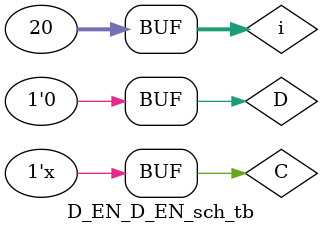
<source format=v>

`timescale 1ns / 1ps

module D_EN_D_EN_sch_tb();

// Inputs
   reg D;
   reg C;

// Output
   wire Q;
   wire Qn;

// Bidirs

// Instantiate the UUT
   D_EN UUT (
		.D(D), 
		.C(C), 
		.Q(Q), 
		.Qn(Qn)
   );
// Initialize Inputs
integer i = 0;
      initial begin
		D = 0;
		C = 0;
		#40;
		D = 1;
		#70;
		D = 0;
		#100;
		D = 1;
		#20;
		D = 0;
		#140;
		D = 1;
		#50;
		D = 0;
		#20;
		D = 1;
		#40;
		D = 0;
		#80;
		D = 1;
		#20;
		D = 0;
		end
		
		always@ *
			for(i = 0; i<20; i=i+1)begin
				#50;
				C <= ~C;
			end
endmodule

</source>
